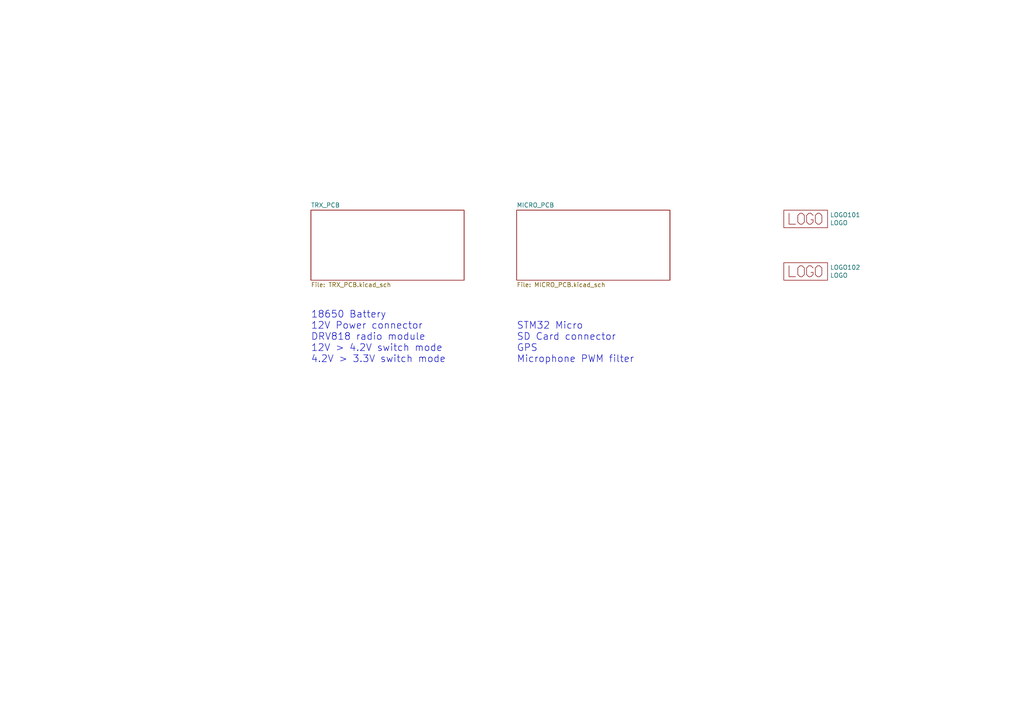
<source format=kicad_sch>
(kicad_sch (version 20211123) (generator eeschema)
  (paper "A4")
  (lib_symbols
    (symbol "Page-tek-mech:LOGO" (pin_numbers hide) (pin_names (offset 0) hide)
      (property "Reference" "LOGO" (at 0 -3.81 0))
      (property "Value" "Page-tek-mech_LOGO" (at 0 -6.35 0))
      (symbol "LOGO_0_1"
        (rectangle (start -6.35 2.54) (end 6.35 -2.54))
        (polyline (pts (xy -4.826 1.651) (xy -4.826 -1.524) (xy -2.921 -1.524)))
        (polyline (pts (xy -1.016 1.651) (xy -1.651 1.651) (xy -2.286 1.016) (xy -2.286 -0.889) (xy -1.651 -1.524) (xy -1.016 -1.524) (xy -0.381 -0.889) (xy -0.381 1.016) (xy -1.016 1.651)))
        (polyline (pts (xy 4.064 1.651) (xy 3.429 1.651) (xy 2.794 1.016) (xy 2.794 -0.889) (xy 3.429 -1.524) (xy 4.064 -1.524) (xy 4.699 -0.889) (xy 4.699 1.016) (xy 4.064 1.651)))
        (polyline (pts (xy 2.159 1.016) (xy 1.524 1.651) (xy 0.889 1.651) (xy 0.254 1.016) (xy 0.254 -0.889) (xy 0.889 -1.524) (xy 1.524 -1.524) (xy 2.159 -0.889) (xy 2.159 -0.254) (xy 1.524 -0.254)))
      )
    )
  )
  (text "18650 Battery\n12V Power connector\nDRV818 radio module\n12V > 4.2V switch mode\n4.2V > 3.3V switch mode" (at 90.17 105.41 0) (effects (font (size 2.0066 2.0066)) (justify left bottom)))
  (text "STM32 Micro\nSD Card connector\nGPS\nMicrophone PWM filter" (at 149.86 105.41 0) (effects (font (size 2.0066 2.0066)) (justify left bottom)))
  (symbol (lib_id "Page-tek-mech:LOGO") (at 233.68 63.5 0) (unit 1)
    (property "Reference" "LOGO101" (at 240.7412 62.3316 0) (effects (justify left)))
    (property "Value" "LOGO" (at 240.7412 64.643 0) (effects (justify left)))
    (property "Footprint" "Page-tek-Logo:logo_12.5mm" (effects hide))
  )
  (symbol (lib_id "Page-tek-mech:LOGO") (at 233.68 78.74 0) (unit 1)
    (property "Reference" "LOGO102" (at 240.7412 77.5716 0) (effects (justify left)))
    (property "Value" "LOGO" (at 240.7412 79.883 0) (effects (justify left)))
    (property "Footprint" "Page-tek-Logo:page-tek_25mm" (effects hide))
  )
  (sheet (at 90.17 60.96) (size 44.45 20.32)
    (property "Sheet name" "TRX_PCB" (at 90.17 60.2484 0) (effects (justify left bottom)))
    (property "Sheet file" "TRX_PCB.kicad_sch" (at 90.17 81.8646 0) (effects (justify left top)))
  )
  (sheet (at 149.86 60.96) (size 44.45 20.32)
    (property "Sheet name" "MICRO_PCB" (at 149.86 60.2484 0) (effects (justify left bottom)))
    (property "Sheet file" "MICRO_PCB.kicad_sch" (at 149.86 81.8646 0) (effects (justify left top)))
  )
)
</source>
